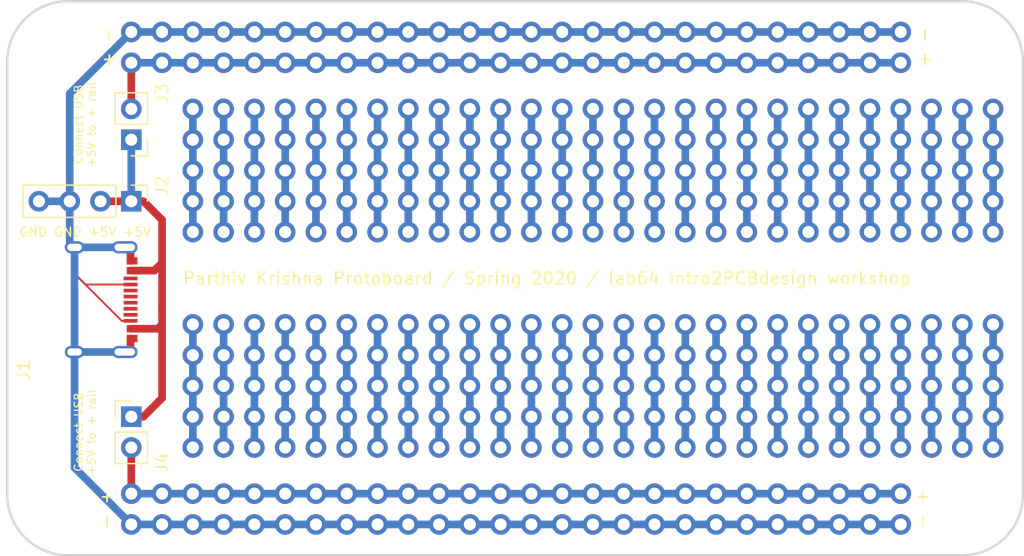
<source format=kicad_pcb>
(kicad_pcb (version 20171130) (host pcbnew "(5.1.5)-3")

  (general
    (thickness 1.6)
    (drawings 16)
    (tracks 468)
    (zones 0)
    (modules 8)
    (nets 11)
  )

  (page A4)
  (layers
    (0 Top signal)
    (31 Bottom signal)
    (34 B.Paste user)
    (35 F.Paste user)
    (36 B.SilkS user)
    (37 F.SilkS user)
    (38 B.Mask user)
    (39 F.Mask user)
    (40 Dwgs.User user)
    (41 Cmts.User user)
    (42 Eco1.User user)
    (43 Eco2.User user)
    (44 Edge.Cuts user)
    (45 Margin user)
    (46 B.CrtYd user)
    (47 F.CrtYd user)
  )

  (setup
    (last_trace_width 0.1524)
    (trace_clearance 0.1524)
    (zone_clearance 0.508)
    (zone_45_only no)
    (trace_min 0.1524)
    (via_size 0.508)
    (via_drill 0.254)
    (via_min_size 0.508)
    (via_min_drill 0.254)
    (uvia_size 0.508)
    (uvia_drill 0.254)
    (uvias_allowed no)
    (uvia_min_size 0.2)
    (uvia_min_drill 0.1)
    (edge_width 0.15)
    (segment_width 0.2)
    (pcb_text_width 0.3)
    (pcb_text_size 1.5 1.5)
    (mod_edge_width 0.15)
    (mod_text_size 1 1)
    (mod_text_width 0.15)
    (pad_size 1.524 1.524)
    (pad_drill 0.762)
    (pad_to_mask_clearance 0.0508)
    (aux_axis_origin 0 0)
    (visible_elements 7FFFFFFF)
    (pcbplotparams
      (layerselection 0x010fc_ffffffff)
      (usegerberextensions false)
      (usegerberattributes false)
      (usegerberadvancedattributes false)
      (creategerberjobfile false)
      (excludeedgelayer true)
      (linewidth 0.100000)
      (plotframeref false)
      (viasonmask false)
      (mode 1)
      (useauxorigin false)
      (hpglpennumber 1)
      (hpglpenspeed 20)
      (hpglpendiameter 15.000000)
      (psnegative false)
      (psa4output false)
      (plotreference true)
      (plotvalue true)
      (plotinvisibletext false)
      (padsonsilk false)
      (subtractmaskfromsilk false)
      (outputformat 1)
      (mirror false)
      (drillshape 0)
      (scaleselection 1)
      (outputdirectory "Gerbers/"))
  )

  (net 0 "")
  (net 1 "Net-(J1-PadB8)")
  (net 2 /+5V)
  (net 3 GNDREF)
  (net 4 "Net-(J1-PadB7)")
  (net 5 "Net-(J1-PadA6)")
  (net 6 "Net-(J1-PadA7)")
  (net 7 "Net-(J1-PadB6)")
  (net 8 "Net-(J1-PadA8)")
  (net 9 "Net-(J3-Pad2)")
  (net 10 "Net-(J4-Pad2)")

  (net_class Default "This is the default net class."
    (clearance 0.1524)
    (trace_width 0.1524)
    (via_dia 0.508)
    (via_drill 0.254)
    (uvia_dia 0.508)
    (uvia_drill 0.254)
    (diff_pair_width 0.1524)
    (diff_pair_gap 0.1524)
    (add_net /+5V)
    (add_net GNDREF)
    (add_net "Net-(J1-PadA6)")
    (add_net "Net-(J1-PadA7)")
    (add_net "Net-(J1-PadA8)")
    (add_net "Net-(J1-PadB6)")
    (add_net "Net-(J1-PadB7)")
    (add_net "Net-(J1-PadB8)")
    (add_net "Net-(J3-Pad2)")
    (add_net "Net-(J4-Pad2)")
  )

  (module intro2PCBdesign_1:USB_C_Receptacle (layer Top) (tedit 5E9CF7DA) (tstamp 5E9B97F8)
    (at 151.13 113.03 270)
    (descr "USB TYPE C, RA RCPT PCB, SMT, https://www.amphenolcanada.com/StockAvailabilityPrice.aspx?From=&PartNum=12401610E4%7e2A")
    (tags "USB C Type-C Receptacle SMD")
    (path /5E86F2D0)
    (attr smd)
    (fp_text reference J1 (at 6.35 3.81 270) (layer F.SilkS)
      (effects (font (size 1 1) (thickness 0.15)))
    )
    (fp_text value USB_C (at 0.94 7.21 270) (layer F.Fab)
      (effects (font (size 1 1) (thickness 0.15)))
    )
    (fp_line (start -4.33 2.205) (end 5.35 2.205) (layer F.Fab) (width 0.1))
    (fp_line (start -4.36 -5.87) (end 5.36 -5.87) (layer F.CrtYd) (width 0.05))
    (fp_line (start 5.36 -5.87) (end 5.36 5.73) (layer F.CrtYd) (width 0.05))
    (fp_line (start 5.36 5.73) (end -4.36 5.73) (layer F.CrtYd) (width 0.05))
    (fp_line (start -4.36 5.73) (end -4.36 -5.87) (layer F.CrtYd) (width 0.05))
    (fp_text user %R (at 0.28 3.1 270) (layer F.Fab)
      (effects (font (size 1 1) (thickness 0.1)))
    )
    (pad B8 smd rect (at -1.25 -5.02 270) (size 0.3 1.15) (layers Top F.Paste F.Mask)
      (net 1 "Net-(J1-PadB8)"))
    (pad A4 smd rect (at -1.9 -5.15 270) (size 0.6 0.89) (layers Top F.Paste F.Mask)
      (net 2 /+5V))
    (pad "" np_thru_hole circle (at -2.39 -4.045 270) (size 0.65 0.65) (drill 0.65) (layers *.Cu *.Mask))
    (pad S1 thru_hole oval (at -3.82 -0.395 270) (size 1 1.6) (drill oval 0.6 1.2) (layers *.Cu *.Mask)
      (net 3 GNDREF))
    (pad S1 thru_hole oval (at 4.82 -0.395 270) (size 1 1.6) (drill oval 0.6 1.2) (layers *.Cu *.Mask)
      (net 3 GNDREF))
    (pad S1 thru_hole oval (at 4.82 -4.545 270) (size 1 2.1) (drill oval 0.6 1.7) (layers *.Cu *.Mask)
      (net 3 GNDREF))
    (pad A1 smd rect (at -2.7 -5.15 270) (size 0.6 0.89) (layers Top F.Paste F.Mask)
      (net 3 GNDREF))
    (pad S1 thru_hole oval (at -3.82 -4.545 270) (size 1 2.1) (drill oval 0.6 1.7) (layers *.Cu *.Mask)
      (net 3 GNDREF))
    (pad A5 smd rect (at -0.75 -5.02 270) (size 0.3 1.15) (layers Top F.Paste F.Mask)
      (net 3 GNDREF))
    (pad B7 smd rect (at -0.25 -5.02 270) (size 0.3 1.15) (layers Top F.Paste F.Mask)
      (net 4 "Net-(J1-PadB7)"))
    (pad A6 smd rect (at 0.25 -5.02 270) (size 0.3 1.15) (layers Top F.Paste F.Mask)
      (net 5 "Net-(J1-PadA6)"))
    (pad A7 smd rect (at 0.75 -5.02 270) (size 0.3 1.15) (layers Top F.Paste F.Mask)
      (net 6 "Net-(J1-PadA7)"))
    (pad B6 smd rect (at 1.25 -5.02 270) (size 0.3 1.15) (layers Top F.Paste F.Mask)
      (net 7 "Net-(J1-PadB6)"))
    (pad A8 smd rect (at 1.75 -5.02 270) (size 0.3 1.15) (layers Top F.Paste F.Mask)
      (net 8 "Net-(J1-PadA8)"))
    (pad B5 smd rect (at 2.25 -5.02 270) (size 0.3 1.15) (layers Top F.Paste F.Mask)
      (net 3 GNDREF))
    (pad A12 smd rect (at 3.7 -5.15 270) (size 0.6 0.89) (layers Top F.Paste F.Mask)
      (net 3 GNDREF))
    (pad A9 smd rect (at 2.9 -5.15 270) (size 0.6 0.89) (layers Top F.Paste F.Mask)
      (net 2 /+5V))
    (pad "" np_thru_hole circle (at 3.39 -4.045 270) (size 0.65 0.65) (drill 0.65) (layers *.Cu *.Mask))
    (model ${KISYS3DMOD}/Connector_USB.3dshapes/USB_C_Receptacle_Amphenol_12401610E4-2A.wrl
      (at (xyz 0 0 0))
      (scale (xyz 1 1 1))
      (rotate (xyz 0 0 0))
    )
  )

  (module Connector_PinHeader_2.54mm:PinHeader_1x02_P2.54mm_Vertical (layer Top) (tedit 59FED5CC) (tstamp 5E9BADA4)
    (at 156.21 123.19)
    (descr "Through hole straight pin header, 1x02, 2.54mm pitch, single row")
    (tags "Through hole pin header THT 1x02 2.54mm single row")
    (path /5E9C32F1)
    (fp_text reference J4 (at 2.54 3.81 90) (layer F.SilkS)
      (effects (font (size 1 1) (thickness 0.15)))
    )
    (fp_text value Conn_01x02 (at 0 5.31) (layer F.Fab)
      (effects (font (size 1 1) (thickness 0.15)))
    )
    (fp_text user %R (at 0 1.27 90) (layer F.Fab)
      (effects (font (size 1 1) (thickness 0.15)))
    )
    (fp_line (start 1.8 -1.8) (end -1.8 -1.8) (layer F.CrtYd) (width 0.05))
    (fp_line (start 1.8 4.35) (end 1.8 -1.8) (layer F.CrtYd) (width 0.05))
    (fp_line (start -1.8 4.35) (end 1.8 4.35) (layer F.CrtYd) (width 0.05))
    (fp_line (start -1.8 -1.8) (end -1.8 4.35) (layer F.CrtYd) (width 0.05))
    (fp_line (start -1.33 -1.33) (end 0 -1.33) (layer F.SilkS) (width 0.12))
    (fp_line (start -1.33 0) (end -1.33 -1.33) (layer F.SilkS) (width 0.12))
    (fp_line (start -1.33 1.27) (end 1.33 1.27) (layer F.SilkS) (width 0.12))
    (fp_line (start 1.33 1.27) (end 1.33 3.87) (layer F.SilkS) (width 0.12))
    (fp_line (start -1.33 1.27) (end -1.33 3.87) (layer F.SilkS) (width 0.12))
    (fp_line (start -1.33 3.87) (end 1.33 3.87) (layer F.SilkS) (width 0.12))
    (fp_line (start -1.27 -0.635) (end -0.635 -1.27) (layer F.Fab) (width 0.1))
    (fp_line (start -1.27 3.81) (end -1.27 -0.635) (layer F.Fab) (width 0.1))
    (fp_line (start 1.27 3.81) (end -1.27 3.81) (layer F.Fab) (width 0.1))
    (fp_line (start 1.27 -1.27) (end 1.27 3.81) (layer F.Fab) (width 0.1))
    (fp_line (start -0.635 -1.27) (end 1.27 -1.27) (layer F.Fab) (width 0.1))
    (pad 2 thru_hole oval (at 0 2.54) (size 1.7 1.7) (drill 1) (layers *.Cu *.Mask)
      (net 10 "Net-(J4-Pad2)"))
    (pad 1 thru_hole rect (at 0 0) (size 1.7 1.7) (drill 1) (layers *.Cu *.Mask)
      (net 2 /+5V))
    (model ${KISYS3DMOD}/Connector_PinHeader_2.54mm.3dshapes/PinHeader_1x02_P2.54mm_Vertical.wrl
      (at (xyz 0 0 0))
      (scale (xyz 1 1 1))
      (rotate (xyz 0 0 0))
    )
  )

  (module Connector_PinHeader_2.54mm:PinHeader_1x02_P2.54mm_Vertical (layer Top) (tedit 59FED5CC) (tstamp 5E9BACB7)
    (at 156.21 100.33 180)
    (descr "Through hole straight pin header, 1x02, 2.54mm pitch, single row")
    (tags "Through hole pin header THT 1x02 2.54mm single row")
    (path /5E9C2867)
    (fp_text reference J3 (at -2.54 3.81 90) (layer F.SilkS)
      (effects (font (size 1 1) (thickness 0.15)))
    )
    (fp_text value Conn_01x02 (at 0 5.31) (layer F.Fab)
      (effects (font (size 1 1) (thickness 0.15)))
    )
    (fp_text user %R (at 0 1.27 90) (layer F.Fab)
      (effects (font (size 1 1) (thickness 0.15)))
    )
    (fp_line (start 1.8 -1.8) (end -1.8 -1.8) (layer F.CrtYd) (width 0.05))
    (fp_line (start 1.8 4.35) (end 1.8 -1.8) (layer F.CrtYd) (width 0.05))
    (fp_line (start -1.8 4.35) (end 1.8 4.35) (layer F.CrtYd) (width 0.05))
    (fp_line (start -1.8 -1.8) (end -1.8 4.35) (layer F.CrtYd) (width 0.05))
    (fp_line (start -1.33 -1.33) (end 0 -1.33) (layer F.SilkS) (width 0.12))
    (fp_line (start -1.33 0) (end -1.33 -1.33) (layer F.SilkS) (width 0.12))
    (fp_line (start -1.33 1.27) (end 1.33 1.27) (layer F.SilkS) (width 0.12))
    (fp_line (start 1.33 1.27) (end 1.33 3.87) (layer F.SilkS) (width 0.12))
    (fp_line (start -1.33 1.27) (end -1.33 3.87) (layer F.SilkS) (width 0.12))
    (fp_line (start -1.33 3.87) (end 1.33 3.87) (layer F.SilkS) (width 0.12))
    (fp_line (start -1.27 -0.635) (end -0.635 -1.27) (layer F.Fab) (width 0.1))
    (fp_line (start -1.27 3.81) (end -1.27 -0.635) (layer F.Fab) (width 0.1))
    (fp_line (start 1.27 3.81) (end -1.27 3.81) (layer F.Fab) (width 0.1))
    (fp_line (start 1.27 -1.27) (end 1.27 3.81) (layer F.Fab) (width 0.1))
    (fp_line (start -0.635 -1.27) (end 1.27 -1.27) (layer F.Fab) (width 0.1))
    (pad 2 thru_hole oval (at 0 2.54 180) (size 1.7 1.7) (drill 1) (layers *.Cu *.Mask)
      (net 9 "Net-(J3-Pad2)"))
    (pad 1 thru_hole rect (at 0 0 180) (size 1.7 1.7) (drill 1) (layers *.Cu *.Mask)
      (net 2 /+5V))
    (model ${KISYS3DMOD}/Connector_PinHeader_2.54mm.3dshapes/PinHeader_1x02_P2.54mm_Vertical.wrl
      (at (xyz 0 0 0))
      (scale (xyz 1 1 1))
      (rotate (xyz 0 0 0))
    )
  )

  (module Connector_PinHeader_2.54mm:PinHeader_1x04_P2.54mm_Vertical (layer Top) (tedit 59FED5CC) (tstamp 5E9B96CA)
    (at 156.21 105.41 270)
    (descr "Through hole straight pin header, 1x04, 2.54mm pitch, single row")
    (tags "Through hole pin header THT 1x04 2.54mm single row")
    (path /5C4787FC)
    (fp_text reference J2 (at -1.27 -2.54 270) (layer F.SilkS)
      (effects (font (size 1 1) (thickness 0.15)))
    )
    (fp_text value Conn_01x04 (at 0 9.95 90) (layer F.Fab)
      (effects (font (size 1 1) (thickness 0.15)))
    )
    (fp_text user %R (at 0 3.81) (layer F.Fab)
      (effects (font (size 1 1) (thickness 0.15)))
    )
    (fp_line (start 1.8 -1.8) (end -1.8 -1.8) (layer F.CrtYd) (width 0.05))
    (fp_line (start 1.8 9.4) (end 1.8 -1.8) (layer F.CrtYd) (width 0.05))
    (fp_line (start -1.8 9.4) (end 1.8 9.4) (layer F.CrtYd) (width 0.05))
    (fp_line (start -1.8 -1.8) (end -1.8 9.4) (layer F.CrtYd) (width 0.05))
    (fp_line (start -1.33 -1.33) (end 0 -1.33) (layer F.SilkS) (width 0.12))
    (fp_line (start -1.33 0) (end -1.33 -1.33) (layer F.SilkS) (width 0.12))
    (fp_line (start -1.33 1.27) (end 1.33 1.27) (layer F.SilkS) (width 0.12))
    (fp_line (start 1.33 1.27) (end 1.33 8.95) (layer F.SilkS) (width 0.12))
    (fp_line (start -1.33 1.27) (end -1.33 8.95) (layer F.SilkS) (width 0.12))
    (fp_line (start -1.33 8.95) (end 1.33 8.95) (layer F.SilkS) (width 0.12))
    (fp_line (start -1.27 -0.635) (end -0.635 -1.27) (layer F.Fab) (width 0.1))
    (fp_line (start -1.27 8.89) (end -1.27 -0.635) (layer F.Fab) (width 0.1))
    (fp_line (start 1.27 8.89) (end -1.27 8.89) (layer F.Fab) (width 0.1))
    (fp_line (start 1.27 -1.27) (end 1.27 8.89) (layer F.Fab) (width 0.1))
    (fp_line (start -0.635 -1.27) (end 1.27 -1.27) (layer F.Fab) (width 0.1))
    (pad 4 thru_hole oval (at 0 7.62 270) (size 1.7 1.7) (drill 1) (layers *.Cu *.Mask)
      (net 3 GNDREF))
    (pad 3 thru_hole oval (at 0 5.08 270) (size 1.7 1.7) (drill 1) (layers *.Cu *.Mask)
      (net 3 GNDREF))
    (pad 2 thru_hole oval (at 0 2.54 270) (size 1.7 1.7) (drill 1) (layers *.Cu *.Mask)
      (net 2 /+5V))
    (pad 1 thru_hole rect (at 0 0 270) (size 1.7 1.7) (drill 1) (layers *.Cu *.Mask)
      (net 2 /+5V))
    (model ${KISYS3DMOD}/Connector_PinHeader_2.54mm.3dshapes/PinHeader_1x04_P2.54mm_Vertical.wrl
      (at (xyz 0 0 0))
      (scale (xyz 1 1 1))
      (rotate (xyz 0 0 0))
    )
  )

  (module MountingHole:MountingHole_3mm (layer Top) (tedit 56D1B4CB) (tstamp 5E9B9696)
    (at 226.06 130.81)
    (descr "Mounting Hole 3mm, no annular")
    (tags "mounting hole 3mm no annular")
    (path /5C47B5E4)
    (attr virtual)
    (fp_text reference H4 (at 2.54 -3.81) (layer F.SilkS) hide
      (effects (font (size 1 1) (thickness 0.15)))
    )
    (fp_text value MountingHole (at 0 4) (layer F.Fab)
      (effects (font (size 1 1) (thickness 0.15)))
    )
    (fp_circle (center 0 0) (end 3.25 0) (layer F.CrtYd) (width 0.05))
    (fp_circle (center 0 0) (end 3 0) (layer Cmts.User) (width 0.15))
    (fp_text user %R (at 0.3 0) (layer F.Fab)
      (effects (font (size 1 1) (thickness 0.15)))
    )
    (pad 1 np_thru_hole circle (at 0 0) (size 3 3) (drill 3) (layers *.Cu *.Mask))
  )

  (module MountingHole:MountingHole_3mm (layer Top) (tedit 56D1B4CB) (tstamp 5E9B968E)
    (at 149.86 130.81)
    (descr "Mounting Hole 3mm, no annular")
    (tags "mounting hole 3mm no annular")
    (path /5C47B3EC)
    (attr virtual)
    (fp_text reference H3 (at -2.54 -3.81) (layer F.SilkS) hide
      (effects (font (size 1 1) (thickness 0.15)))
    )
    (fp_text value MountingHole (at 0 4) (layer F.Fab)
      (effects (font (size 1 1) (thickness 0.15)))
    )
    (fp_circle (center 0 0) (end 3.25 0) (layer F.CrtYd) (width 0.05))
    (fp_circle (center 0 0) (end 3 0) (layer Cmts.User) (width 0.15))
    (fp_text user %R (at 0.3 0) (layer F.Fab)
      (effects (font (size 1 1) (thickness 0.15)))
    )
    (pad 1 np_thru_hole circle (at 0 0) (size 3 3) (drill 3) (layers *.Cu *.Mask))
  )

  (module MountingHole:MountingHole_3mm (layer Top) (tedit 56D1B4CB) (tstamp 5E9B9686)
    (at 226.06 92.71)
    (descr "Mounting Hole 3mm, no annular")
    (tags "mounting hole 3mm no annular")
    (path /5C47AC98)
    (attr virtual)
    (fp_text reference H2 (at 2.54 3.81) (layer F.SilkS) hide
      (effects (font (size 1 1) (thickness 0.15)))
    )
    (fp_text value MountingHole (at 0 4) (layer F.Fab)
      (effects (font (size 1 1) (thickness 0.15)))
    )
    (fp_circle (center 0 0) (end 3.25 0) (layer F.CrtYd) (width 0.05))
    (fp_circle (center 0 0) (end 3 0) (layer Cmts.User) (width 0.15))
    (fp_text user %R (at 0.3 0) (layer F.Fab)
      (effects (font (size 1 1) (thickness 0.15)))
    )
    (pad 1 np_thru_hole circle (at 0 0) (size 3 3) (drill 3) (layers *.Cu *.Mask))
  )

  (module MountingHole:MountingHole_3mm (layer Top) (tedit 56D1B4CB) (tstamp 5E9B967E)
    (at 149.86 92.71)
    (descr "Mounting Hole 3mm, no annular")
    (tags "mounting hole 3mm no annular")
    (path /5C47A84A)
    (attr virtual)
    (fp_text reference H1 (at -2.54 3.81) (layer F.SilkS) hide
      (effects (font (size 1 1) (thickness 0.15)))
    )
    (fp_text value MountingHole (at 0 4) (layer F.Fab)
      (effects (font (size 1 1) (thickness 0.15)))
    )
    (fp_circle (center 0 0) (end 3.25 0) (layer F.CrtYd) (width 0.05))
    (fp_circle (center 0 0) (end 3 0) (layer Cmts.User) (width 0.15))
    (fp_text user %R (at 0.3 0) (layer F.Fab)
      (effects (font (size 1 1) (thickness 0.15)))
    )
    (pad 1 np_thru_hole circle (at 0 0) (size 3 3) (drill 3) (layers *.Cu *.Mask))
  )

  (gr_text "Connect USB\n+5V to + rail" (at 152.4 124.46 90) (layer F.SilkS) (tstamp 5E9BB16F)
    (effects (font (size 0.67 0.67) (thickness 0.1)))
  )
  (gr_text "- +\n\n" (at 222.25 130.81 90) (layer F.SilkS) (tstamp 5E9BB16C)
    (effects (font (size 1 1) (thickness 0.15)))
  )
  (gr_text "- +\n\n" (at 220.98 92.71 270) (layer F.SilkS) (tstamp 5E9BB164)
    (effects (font (size 1 1) (thickness 0.15)))
  )
  (gr_text "- +\n\n" (at 153.67 92.71 270) (layer F.SilkS) (tstamp 5E9BB160)
    (effects (font (size 1 1) (thickness 0.15)))
  )
  (gr_text "Connect USB\n+5V to + rail" (at 152.4 99.06 90) (layer F.SilkS)
    (effects (font (size 0.67 0.67) (thickness 0.1)))
  )
  (gr_text "- +\n\n" (at 154.94 130.81 90) (layer F.SilkS)
    (effects (font (size 1 1) (thickness 0.15)))
  )
  (gr_text "GND GND +5V +5V" (at 152.4 107.95) (layer F.SilkS)
    (effects (font (size 0.75 0.75) (thickness 0.12)))
  )
  (gr_text "Parthiv Krishna Protoboard / Spring 2020 / lab64 intro2PCBdesign workshop" (at 190.5 111.76) (layer F.SilkS)
    (effects (font (size 1 1) (thickness 0.15)))
  )
  (gr_line (start 150.970001 134.62) (end 224.79 134.62) (layer Edge.Cuts) (width 0.2))
  (gr_line (start 145.970001 93.9) (end 145.970001 129.619999) (layer Edge.Cuts) (width 0.2))
  (gr_arc (start 224.79 129.619999) (end 224.79 134.62) (angle -90) (layer Edge.Cuts) (width 0.2))
  (gr_line (start 229.79 129.619999) (end 229.79 93.9) (layer Edge.Cuts) (width 0.2))
  (gr_arc (start 150.970001 129.62) (end 145.970001 129.619999) (angle -90) (layer Edge.Cuts) (width 0.2))
  (gr_arc (start 224.79 93.9) (end 229.79 93.9) (angle -90) (layer Edge.Cuts) (width 0.2))
  (gr_arc (start 150.970001 93.9) (end 150.970001 88.9) (angle -90) (layer Edge.Cuts) (width 0.2))
  (gr_line (start 224.79 88.9) (end 150.970001 88.9) (layer Edge.Cuts) (width 0.2))

  (via (at 156.21 91.44) (size 1.7) (drill 1) (layers Top Bottom) (net 3))
  (via (at 158.75 91.44) (size 1.7) (drill 1) (layers Top Bottom) (net 3) (tstamp 5E9B99A8))
  (via (at 161.29 91.44) (size 1.7) (drill 1) (layers Top Bottom) (net 3) (tstamp 5E9B99AA))
  (via (at 163.83 91.44) (size 1.7) (drill 1) (layers Top Bottom) (net 3) (tstamp 5E9B99AC))
  (via (at 166.37 91.44) (size 1.7) (drill 1) (layers Top Bottom) (net 3) (tstamp 5E9B99AE))
  (via (at 168.91 91.44) (size 1.7) (drill 1) (layers Top Bottom) (net 3) (tstamp 5E9B99B0))
  (via (at 171.45 91.44) (size 1.7) (drill 1) (layers Top Bottom) (net 3) (tstamp 5E9B99B2))
  (via (at 173.99 91.44) (size 1.7) (drill 1) (layers Top Bottom) (net 3) (tstamp 5E9B99B4))
  (via (at 176.53 91.44) (size 1.7) (drill 1) (layers Top Bottom) (net 3) (tstamp 5E9B99B6))
  (via (at 179.07 91.44) (size 1.7) (drill 1) (layers Top Bottom) (net 3) (tstamp 5E9B99B8))
  (via (at 181.61 91.44) (size 1.7) (drill 1) (layers Top Bottom) (net 3) (tstamp 5E9B99BA))
  (via (at 184.15 91.44) (size 1.7) (drill 1) (layers Top Bottom) (net 3) (tstamp 5E9B99BC))
  (via (at 186.69 91.44) (size 1.7) (drill 1) (layers Top Bottom) (net 3) (tstamp 5E9B99BE))
  (via (at 189.23 91.44) (size 1.7) (drill 1) (layers Top Bottom) (net 3) (tstamp 5E9B99C0))
  (via (at 191.77 91.44) (size 1.7) (drill 1) (layers Top Bottom) (net 3) (tstamp 5E9B99C2))
  (via (at 194.31 91.44) (size 1.7) (drill 1) (layers Top Bottom) (net 3) (tstamp 5E9B99C4))
  (via (at 196.85 91.44) (size 1.7) (drill 1) (layers Top Bottom) (net 3) (tstamp 5E9B99C6))
  (via (at 199.39 91.44) (size 1.7) (drill 1) (layers Top Bottom) (net 3) (tstamp 5E9B99C8))
  (via (at 201.93 91.44) (size 1.7) (drill 1) (layers Top Bottom) (net 3) (tstamp 5E9B99CA))
  (via (at 204.47 91.44) (size 1.7) (drill 1) (layers Top Bottom) (net 3) (tstamp 5E9B99CC))
  (via (at 207.01 91.44) (size 1.7) (drill 1) (layers Top Bottom) (net 3) (tstamp 5E9B99CE))
  (via (at 209.55 91.44) (size 1.7) (drill 1) (layers Top Bottom) (net 3) (tstamp 5E9B99D0))
  (via (at 212.09 91.44) (size 1.7) (drill 1) (layers Top Bottom) (net 3) (tstamp 5E9B99D2))
  (via (at 214.63 91.44) (size 1.7) (drill 1) (layers Top Bottom) (net 3) (tstamp 5E9B99D4))
  (via (at 217.17 91.44) (size 1.7) (drill 1) (layers Top Bottom) (net 3) (tstamp 5E9B99D6))
  (via (at 219.71 91.44) (size 1.7) (drill 1) (layers Top Bottom) (net 3) (tstamp 5E9B99D8))
  (via (at 156.21 93.98) (size 1.7) (drill 1) (layers Top Bottom) (net 9) (tstamp 5E9B99DA))
  (via (at 158.75 93.98) (size 1.7) (drill 1) (layers Top Bottom) (net 9) (tstamp 5E9B99DC))
  (via (at 161.29 93.98) (size 1.7) (drill 1) (layers Top Bottom) (net 9) (tstamp 5E9B99DE))
  (via (at 163.83 93.98) (size 1.7) (drill 1) (layers Top Bottom) (net 9) (tstamp 5E9B99E0))
  (via (at 166.37 93.98) (size 1.7) (drill 1) (layers Top Bottom) (net 9) (tstamp 5E9B99E2))
  (via (at 168.91 93.98) (size 1.7) (drill 1) (layers Top Bottom) (net 9) (tstamp 5E9B99E4))
  (via (at 171.45 93.98) (size 1.7) (drill 1) (layers Top Bottom) (net 9) (tstamp 5E9B99E6))
  (via (at 173.99 93.98) (size 1.7) (drill 1) (layers Top Bottom) (net 9) (tstamp 5E9B99E8))
  (via (at 176.53 93.98) (size 1.7) (drill 1) (layers Top Bottom) (net 9) (tstamp 5E9B99EA))
  (via (at 179.07 93.98) (size 1.7) (drill 1) (layers Top Bottom) (net 9) (tstamp 5E9B99EC))
  (via (at 181.61 93.98) (size 1.7) (drill 1) (layers Top Bottom) (net 9) (tstamp 5E9B99EE))
  (via (at 184.15 93.98) (size 1.7) (drill 1) (layers Top Bottom) (net 9) (tstamp 5E9B99F0))
  (via (at 186.69 93.98) (size 1.7) (drill 1) (layers Top Bottom) (net 9) (tstamp 5E9B99F2))
  (via (at 189.23 93.98) (size 1.7) (drill 1) (layers Top Bottom) (net 9) (tstamp 5E9B99F4))
  (via (at 191.77 93.98) (size 1.7) (drill 1) (layers Top Bottom) (net 9) (tstamp 5E9B99F6))
  (via (at 194.31 93.98) (size 1.7) (drill 1) (layers Top Bottom) (net 9) (tstamp 5E9B99F8))
  (via (at 196.85 93.98) (size 1.7) (drill 1) (layers Top Bottom) (net 9) (tstamp 5E9B99FA))
  (via (at 199.39 93.98) (size 1.7) (drill 1) (layers Top Bottom) (net 9) (tstamp 5E9B99FC))
  (via (at 201.93 93.98) (size 1.7) (drill 1) (layers Top Bottom) (net 9) (tstamp 5E9B99FE))
  (via (at 204.47 93.98) (size 1.7) (drill 1) (layers Top Bottom) (net 9) (tstamp 5E9B9A00))
  (via (at 207.01 93.98) (size 1.7) (drill 1) (layers Top Bottom) (net 9) (tstamp 5E9B9A02))
  (via (at 209.55 93.98) (size 1.7) (drill 1) (layers Top Bottom) (net 9) (tstamp 5E9B9A04))
  (via (at 212.09 93.98) (size 1.7) (drill 1) (layers Top Bottom) (net 9) (tstamp 5E9B9A06))
  (via (at 214.63 93.98) (size 1.7) (drill 1) (layers Top Bottom) (net 9) (tstamp 5E9B9A08))
  (via (at 217.17 93.98) (size 1.7) (drill 1) (layers Top Bottom) (net 9) (tstamp 5E9B9A0A))
  (via (at 219.71 93.98) (size 1.7) (drill 1) (layers Top Bottom) (net 9) (tstamp 5E9B9A0C))
  (via (at 156.21 129.54) (size 1.7) (drill 1) (layers Top Bottom) (net 10))
  (via (at 158.75 129.54) (size 1.7) (drill 1) (layers Top Bottom) (net 10) (tstamp 5E9BA070))
  (via (at 161.29 129.54) (size 1.7) (drill 1) (layers Top Bottom) (net 10) (tstamp 5E9BA07C))
  (via (at 163.83 129.54) (size 1.7) (drill 1) (layers Top Bottom) (net 10) (tstamp 5E9BA08E))
  (via (at 166.37 129.54) (size 1.7) (drill 1) (layers Top Bottom) (net 10) (tstamp 5E9BA085))
  (via (at 168.91 129.54) (size 1.7) (drill 1) (layers Top Bottom) (net 10) (tstamp 5E9BA0A6))
  (via (at 171.45 129.54) (size 1.7) (drill 1) (layers Top Bottom) (net 10) (tstamp 5E9BA0DC))
  (via (at 173.99 129.54) (size 1.7) (drill 1) (layers Top Bottom) (net 10) (tstamp 5E9BA0F7))
  (via (at 176.53 129.54) (size 1.7) (drill 1) (layers Top Bottom) (net 10) (tstamp 5E9BA0AC))
  (via (at 179.07 129.54) (size 1.7) (drill 1) (layers Top Bottom) (net 10) (tstamp 5E9BA09A))
  (via (at 181.61 129.54) (size 1.7) (drill 1) (layers Top Bottom) (net 10) (tstamp 5E9BA23B))
  (via (at 184.15 129.54) (size 1.7) (drill 1) (layers Top Bottom) (net 10) (tstamp 5E9BA079))
  (via (at 186.69 129.54) (size 1.7) (drill 1) (layers Top Bottom) (net 10) (tstamp 5E9BA06D))
  (via (at 189.23 129.54) (size 1.7) (drill 1) (layers Top Bottom) (net 10) (tstamp 5E9BA088))
  (via (at 191.77 129.54) (size 1.7) (drill 1) (layers Top Bottom) (net 10) (tstamp 5E9BA0C7))
  (via (at 194.31 129.54) (size 1.7) (drill 1) (layers Top Bottom) (net 10) (tstamp 5E9BA0C4))
  (via (at 196.85 129.54) (size 1.7) (drill 1) (layers Top Bottom) (net 10) (tstamp 5E9BA082))
  (via (at 199.39 129.54) (size 1.7) (drill 1) (layers Top Bottom) (net 10) (tstamp 5E9BA06A))
  (via (at 201.93 129.54) (size 1.7) (drill 1) (layers Top Bottom) (net 10) (tstamp 5E9BA0B5))
  (via (at 204.47 129.54) (size 1.7) (drill 1) (layers Top Bottom) (net 10) (tstamp 5E9BA07F))
  (via (at 207.01 129.54) (size 1.7) (drill 1) (layers Top Bottom) (net 10) (tstamp 5E9BA0E2))
  (via (at 209.55 129.54) (size 1.7) (drill 1) (layers Top Bottom) (net 10) (tstamp 5E9BA0DF))
  (via (at 212.09 129.54) (size 1.7) (drill 1) (layers Top Bottom) (net 10) (tstamp 5E9BA067))
  (via (at 214.63 129.54) (size 1.7) (drill 1) (layers Top Bottom) (net 10) (tstamp 5E9BA0D3))
  (via (at 217.17 129.54) (size 1.7) (drill 1) (layers Top Bottom) (net 10) (tstamp 5E9BA064))
  (via (at 219.71 129.54) (size 1.7) (drill 1) (layers Top Bottom) (net 10) (tstamp 5E9BA0C1))
  (segment (start 156.21 129.54) (end 219.71 129.54) (width 0.635) (layer Bottom) (net 10) (tstamp 5E9BA05E))
  (segment (start 156.21 91.44) (end 219.71 91.44) (width 0.635) (layer Bottom) (net 3) (tstamp 5E9B9BAE))
  (segment (start 156.21 93.98) (end 219.71 93.98) (width 0.635) (layer Bottom) (net 9))
  (via (at 161.29 97.79) (size 1.7) (drill 1) (layers Top Bottom) (net 0))
  (via (at 161.29 100.33) (size 1.7) (drill 1) (layers Top Bottom) (net 0) (tstamp 5E9B9D3A))
  (via (at 161.29 102.87) (size 1.7) (drill 1) (layers Top Bottom) (net 0) (tstamp 5E9B9D3C))
  (via (at 161.29 105.41) (size 1.7) (drill 1) (layers Top Bottom) (net 0) (tstamp 5E9B9D3E))
  (via (at 161.29 107.95) (size 1.7) (drill 1) (layers Top Bottom) (net 0) (tstamp 5E9B9D40))
  (segment (start 161.29 97.79) (end 161.29 107.95) (width 0.635) (layer Bottom) (net 0))
  (via (at 161.29 115.57) (size 1.7) (drill 1) (layers Top Bottom) (net 0) (tstamp 5E9BA1A4))
  (via (at 161.29 118.11) (size 1.7) (drill 1) (layers Top Bottom) (net 0) (tstamp 5E9BA240))
  (via (at 161.29 120.65) (size 1.7) (drill 1) (layers Top Bottom) (net 0) (tstamp 5E9BA242))
  (via (at 161.29 123.19) (size 1.7) (drill 1) (layers Top Bottom) (net 0) (tstamp 5E9BA244))
  (via (at 161.29 125.73) (size 1.7) (drill 1) (layers Top Bottom) (net 0) (tstamp 5E9BA246))
  (segment (start 161.29 115.57) (end 161.29 125.73) (width 0.635) (layer Bottom) (net 0))
  (segment (start 163.83 115.57) (end 163.83 125.73) (width 0.635) (layer Bottom) (net 0) (tstamp 5E9BA6BA))
  (segment (start 166.37 115.57) (end 166.37 125.73) (width 0.635) (layer Bottom) (net 0) (tstamp 5E9BA6BC))
  (segment (start 168.91 115.57) (end 168.91 125.73) (width 0.635) (layer Bottom) (net 0) (tstamp 5E9BA6BE))
  (segment (start 171.45 115.57) (end 171.45 125.73) (width 0.635) (layer Bottom) (net 0) (tstamp 5E9BA6C0))
  (segment (start 173.99 115.57) (end 173.99 125.73) (width 0.635) (layer Bottom) (net 0) (tstamp 5E9BA6C2))
  (segment (start 176.53 115.57) (end 176.53 125.73) (width 0.635) (layer Bottom) (net 0) (tstamp 5E9BA6C4))
  (segment (start 179.07 115.57) (end 179.07 125.73) (width 0.635) (layer Bottom) (net 0) (tstamp 5E9BA6C6))
  (segment (start 181.61 115.57) (end 181.61 125.73) (width 0.635) (layer Bottom) (net 0) (tstamp 5E9BA6C8))
  (segment (start 184.15 115.57) (end 184.15 125.73) (width 0.635) (layer Bottom) (net 0) (tstamp 5E9BA6CA))
  (segment (start 186.69 115.57) (end 186.69 125.73) (width 0.635) (layer Bottom) (net 0) (tstamp 5E9BA6CC))
  (segment (start 189.23 115.57) (end 189.23 125.73) (width 0.635) (layer Bottom) (net 0) (tstamp 5E9BA6CE))
  (segment (start 191.77 115.57) (end 191.77 125.73) (width 0.635) (layer Bottom) (net 0) (tstamp 5E9BA6D0))
  (segment (start 194.31 115.57) (end 194.31 125.73) (width 0.635) (layer Bottom) (net 0) (tstamp 5E9BA6D2))
  (segment (start 196.85 115.57) (end 196.85 125.73) (width 0.635) (layer Bottom) (net 0) (tstamp 5E9BA6D4))
  (segment (start 199.39 115.57) (end 199.39 125.73) (width 0.635) (layer Bottom) (net 0) (tstamp 5E9BA6D6))
  (segment (start 201.93 115.57) (end 201.93 125.73) (width 0.635) (layer Bottom) (net 0) (tstamp 5E9BA6D8))
  (segment (start 204.47 115.57) (end 204.47 125.73) (width 0.635) (layer Bottom) (net 0) (tstamp 5E9BA6DA))
  (segment (start 207.01 115.57) (end 207.01 125.73) (width 0.635) (layer Bottom) (net 0) (tstamp 5E9BA6DC))
  (segment (start 209.55 115.57) (end 209.55 125.73) (width 0.635) (layer Bottom) (net 0) (tstamp 5E9BA6DE))
  (segment (start 212.09 115.57) (end 212.09 125.73) (width 0.635) (layer Bottom) (net 0) (tstamp 5E9BA6E0))
  (segment (start 214.63 115.57) (end 214.63 125.73) (width 0.635) (layer Bottom) (net 0) (tstamp 5E9BA6E2))
  (segment (start 217.17 115.57) (end 217.17 125.73) (width 0.635) (layer Bottom) (net 0) (tstamp 5E9BA6E4))
  (segment (start 219.71 115.57) (end 219.71 125.73) (width 0.635) (layer Bottom) (net 0) (tstamp 5E9BA6E6))
  (segment (start 222.25 115.57) (end 222.25 125.73) (width 0.635) (layer Bottom) (net 0) (tstamp 5E9BA6E8))
  (segment (start 224.79 115.57) (end 224.79 125.73) (width 0.635) (layer Bottom) (net 0) (tstamp 5E9BA6EA))
  (segment (start 227.33 115.57) (end 227.33 125.73) (width 0.635) (layer Bottom) (net 0) (tstamp 5E9BA6EC))
  (via (at 163.83 107.95) (size 1.7) (drill 1) (layers Top Bottom) (net 0) (tstamp 5E9BA6EF))
  (via (at 166.37 107.95) (size 1.7) (drill 1) (layers Top Bottom) (net 0) (tstamp 5E9BA6F1))
  (via (at 168.91 107.95) (size 1.7) (drill 1) (layers Top Bottom) (net 0) (tstamp 5E9BA6F3))
  (via (at 171.45 107.95) (size 1.7) (drill 1) (layers Top Bottom) (net 0) (tstamp 5E9BA6F5))
  (via (at 173.99 107.95) (size 1.7) (drill 1) (layers Top Bottom) (net 0) (tstamp 5E9BA6F7))
  (via (at 176.53 107.95) (size 1.7) (drill 1) (layers Top Bottom) (net 0) (tstamp 5E9BA6F9))
  (via (at 179.07 107.95) (size 1.7) (drill 1) (layers Top Bottom) (net 0) (tstamp 5E9BA6FB))
  (via (at 181.61 107.95) (size 1.7) (drill 1) (layers Top Bottom) (net 0) (tstamp 5E9BA6FD))
  (via (at 184.15 107.95) (size 1.7) (drill 1) (layers Top Bottom) (net 0) (tstamp 5E9BA6FF))
  (via (at 186.69 107.95) (size 1.7) (drill 1) (layers Top Bottom) (net 0) (tstamp 5E9BA701))
  (via (at 189.23 107.95) (size 1.7) (drill 1) (layers Top Bottom) (net 0) (tstamp 5E9BA703))
  (via (at 191.77 107.95) (size 1.7) (drill 1) (layers Top Bottom) (net 0) (tstamp 5E9BA705))
  (via (at 194.31 107.95) (size 1.7) (drill 1) (layers Top Bottom) (net 0) (tstamp 5E9BA707))
  (via (at 196.85 107.95) (size 1.7) (drill 1) (layers Top Bottom) (net 0) (tstamp 5E9BA709))
  (via (at 199.39 107.95) (size 1.7) (drill 1) (layers Top Bottom) (net 0) (tstamp 5E9BA70B))
  (via (at 201.93 107.95) (size 1.7) (drill 1) (layers Top Bottom) (net 0) (tstamp 5E9BA70D))
  (via (at 204.47 107.95) (size 1.7) (drill 1) (layers Top Bottom) (net 0) (tstamp 5E9BA70F))
  (via (at 207.01 107.95) (size 1.7) (drill 1) (layers Top Bottom) (net 0) (tstamp 5E9BA711))
  (via (at 209.55 107.95) (size 1.7) (drill 1) (layers Top Bottom) (net 0) (tstamp 5E9BA713))
  (via (at 212.09 107.95) (size 1.7) (drill 1) (layers Top Bottom) (net 0) (tstamp 5E9BA715))
  (via (at 214.63 107.95) (size 1.7) (drill 1) (layers Top Bottom) (net 0) (tstamp 5E9BA717))
  (via (at 217.17 107.95) (size 1.7) (drill 1) (layers Top Bottom) (net 0) (tstamp 5E9BA719))
  (via (at 219.71 107.95) (size 1.7) (drill 1) (layers Top Bottom) (net 0) (tstamp 5E9BA71B))
  (via (at 222.25 107.95) (size 1.7) (drill 1) (layers Top Bottom) (net 0) (tstamp 5E9BA71D))
  (via (at 224.79 107.95) (size 1.7) (drill 1) (layers Top Bottom) (net 0) (tstamp 5E9BA71F))
  (via (at 227.33 107.95) (size 1.7) (drill 1) (layers Top Bottom) (net 0) (tstamp 5E9BA721))
  (via (at 163.83 105.41) (size 1.7) (drill 1) (layers Top Bottom) (net 0) (tstamp 5E9BA724))
  (via (at 166.37 105.41) (size 1.7) (drill 1) (layers Top Bottom) (net 0) (tstamp 5E9BA726))
  (via (at 168.91 105.41) (size 1.7) (drill 1) (layers Top Bottom) (net 0) (tstamp 5E9BA728))
  (via (at 171.45 105.41) (size 1.7) (drill 1) (layers Top Bottom) (net 0) (tstamp 5E9BA72A))
  (via (at 173.99 105.41) (size 1.7) (drill 1) (layers Top Bottom) (net 0) (tstamp 5E9BA72C))
  (via (at 176.53 105.41) (size 1.7) (drill 1) (layers Top Bottom) (net 0) (tstamp 5E9BA72E))
  (via (at 179.07 105.41) (size 1.7) (drill 1) (layers Top Bottom) (net 0) (tstamp 5E9BA730))
  (via (at 181.61 105.41) (size 1.7) (drill 1) (layers Top Bottom) (net 0) (tstamp 5E9BA732))
  (via (at 184.15 105.41) (size 1.7) (drill 1) (layers Top Bottom) (net 0) (tstamp 5E9BA734))
  (via (at 186.69 105.41) (size 1.7) (drill 1) (layers Top Bottom) (net 0) (tstamp 5E9BA736))
  (via (at 189.23 105.41) (size 1.7) (drill 1) (layers Top Bottom) (net 0) (tstamp 5E9BA738))
  (via (at 191.77 105.41) (size 1.7) (drill 1) (layers Top Bottom) (net 0) (tstamp 5E9BA73A))
  (via (at 194.31 105.41) (size 1.7) (drill 1) (layers Top Bottom) (net 0) (tstamp 5E9BA73C))
  (via (at 196.85 105.41) (size 1.7) (drill 1) (layers Top Bottom) (net 0) (tstamp 5E9BA73E))
  (via (at 199.39 105.41) (size 1.7) (drill 1) (layers Top Bottom) (net 0) (tstamp 5E9BA740))
  (via (at 201.93 105.41) (size 1.7) (drill 1) (layers Top Bottom) (net 0) (tstamp 5E9BA742))
  (via (at 204.47 105.41) (size 1.7) (drill 1) (layers Top Bottom) (net 0) (tstamp 5E9BA744))
  (via (at 207.01 105.41) (size 1.7) (drill 1) (layers Top Bottom) (net 0) (tstamp 5E9BA746))
  (via (at 209.55 105.41) (size 1.7) (drill 1) (layers Top Bottom) (net 0) (tstamp 5E9BA748))
  (via (at 212.09 105.41) (size 1.7) (drill 1) (layers Top Bottom) (net 0) (tstamp 5E9BA74A))
  (via (at 214.63 105.41) (size 1.7) (drill 1) (layers Top Bottom) (net 0) (tstamp 5E9BA74C))
  (via (at 217.17 105.41) (size 1.7) (drill 1) (layers Top Bottom) (net 0) (tstamp 5E9BA74E))
  (via (at 219.71 105.41) (size 1.7) (drill 1) (layers Top Bottom) (net 0) (tstamp 5E9BA750))
  (via (at 222.25 105.41) (size 1.7) (drill 1) (layers Top Bottom) (net 0) (tstamp 5E9BA752))
  (via (at 224.79 105.41) (size 1.7) (drill 1) (layers Top Bottom) (net 0) (tstamp 5E9BA754))
  (via (at 227.33 105.41) (size 1.7) (drill 1) (layers Top Bottom) (net 0) (tstamp 5E9BA756))
  (via (at 163.83 102.87) (size 1.7) (drill 1) (layers Top Bottom) (net 0) (tstamp 5E9BA759))
  (via (at 166.37 102.87) (size 1.7) (drill 1) (layers Top Bottom) (net 0) (tstamp 5E9BA75B))
  (via (at 168.91 102.87) (size 1.7) (drill 1) (layers Top Bottom) (net 0) (tstamp 5E9BA75D))
  (via (at 171.45 102.87) (size 1.7) (drill 1) (layers Top Bottom) (net 0) (tstamp 5E9BA75F))
  (via (at 173.99 102.87) (size 1.7) (drill 1) (layers Top Bottom) (net 0) (tstamp 5E9BA761))
  (via (at 176.53 102.87) (size 1.7) (drill 1) (layers Top Bottom) (net 0) (tstamp 5E9BA763))
  (via (at 179.07 102.87) (size 1.7) (drill 1) (layers Top Bottom) (net 0) (tstamp 5E9BA765))
  (via (at 181.61 102.87) (size 1.7) (drill 1) (layers Top Bottom) (net 0) (tstamp 5E9BA767))
  (via (at 184.15 102.87) (size 1.7) (drill 1) (layers Top Bottom) (net 0) (tstamp 5E9BA769))
  (via (at 186.69 102.87) (size 1.7) (drill 1) (layers Top Bottom) (net 0) (tstamp 5E9BA76B))
  (via (at 189.23 102.87) (size 1.7) (drill 1) (layers Top Bottom) (net 0) (tstamp 5E9BA76D))
  (via (at 191.77 102.87) (size 1.7) (drill 1) (layers Top Bottom) (net 0) (tstamp 5E9BA76F))
  (via (at 194.31 102.87) (size 1.7) (drill 1) (layers Top Bottom) (net 0) (tstamp 5E9BA771))
  (via (at 196.85 102.87) (size 1.7) (drill 1) (layers Top Bottom) (net 0) (tstamp 5E9BA773))
  (via (at 199.39 102.87) (size 1.7) (drill 1) (layers Top Bottom) (net 0) (tstamp 5E9BA775))
  (via (at 201.93 102.87) (size 1.7) (drill 1) (layers Top Bottom) (net 0) (tstamp 5E9BA777))
  (via (at 204.47 102.87) (size 1.7) (drill 1) (layers Top Bottom) (net 0) (tstamp 5E9BA779))
  (via (at 207.01 102.87) (size 1.7) (drill 1) (layers Top Bottom) (net 0) (tstamp 5E9BA77B))
  (via (at 209.55 102.87) (size 1.7) (drill 1) (layers Top Bottom) (net 0) (tstamp 5E9BA77D))
  (via (at 212.09 102.87) (size 1.7) (drill 1) (layers Top Bottom) (net 0) (tstamp 5E9BA77F))
  (via (at 214.63 102.87) (size 1.7) (drill 1) (layers Top Bottom) (net 0) (tstamp 5E9BA781))
  (via (at 217.17 102.87) (size 1.7) (drill 1) (layers Top Bottom) (net 0) (tstamp 5E9BA783))
  (via (at 219.71 102.87) (size 1.7) (drill 1) (layers Top Bottom) (net 0) (tstamp 5E9BA785))
  (via (at 222.25 102.87) (size 1.7) (drill 1) (layers Top Bottom) (net 0) (tstamp 5E9BA787))
  (via (at 224.79 102.87) (size 1.7) (drill 1) (layers Top Bottom) (net 0) (tstamp 5E9BA789))
  (via (at 227.33 102.87) (size 1.7) (drill 1) (layers Top Bottom) (net 0) (tstamp 5E9BA78B))
  (via (at 163.83 100.33) (size 1.7) (drill 1) (layers Top Bottom) (net 0) (tstamp 5E9BA78E))
  (via (at 166.37 100.33) (size 1.7) (drill 1) (layers Top Bottom) (net 0) (tstamp 5E9BA790))
  (via (at 168.91 100.33) (size 1.7) (drill 1) (layers Top Bottom) (net 0) (tstamp 5E9BA792))
  (via (at 171.45 100.33) (size 1.7) (drill 1) (layers Top Bottom) (net 0) (tstamp 5E9BA794))
  (via (at 173.99 100.33) (size 1.7) (drill 1) (layers Top Bottom) (net 0) (tstamp 5E9BA796))
  (via (at 176.53 100.33) (size 1.7) (drill 1) (layers Top Bottom) (net 0) (tstamp 5E9BA798))
  (via (at 179.07 100.33) (size 1.7) (drill 1) (layers Top Bottom) (net 0) (tstamp 5E9BA79A))
  (via (at 181.61 100.33) (size 1.7) (drill 1) (layers Top Bottom) (net 0) (tstamp 5E9BA79C))
  (via (at 184.15 100.33) (size 1.7) (drill 1) (layers Top Bottom) (net 0) (tstamp 5E9BA79E))
  (via (at 186.69 100.33) (size 1.7) (drill 1) (layers Top Bottom) (net 0) (tstamp 5E9BA7A0))
  (via (at 189.23 100.33) (size 1.7) (drill 1) (layers Top Bottom) (net 0) (tstamp 5E9BA7A2))
  (via (at 191.77 100.33) (size 1.7) (drill 1) (layers Top Bottom) (net 0) (tstamp 5E9BA7A4))
  (via (at 194.31 100.33) (size 1.7) (drill 1) (layers Top Bottom) (net 0) (tstamp 5E9BA7A6))
  (via (at 196.85 100.33) (size 1.7) (drill 1) (layers Top Bottom) (net 0) (tstamp 5E9BA7A8))
  (via (at 199.39 100.33) (size 1.7) (drill 1) (layers Top Bottom) (net 0) (tstamp 5E9BA7AA))
  (via (at 201.93 100.33) (size 1.7) (drill 1) (layers Top Bottom) (net 0) (tstamp 5E9BA7AC))
  (via (at 204.47 100.33) (size 1.7) (drill 1) (layers Top Bottom) (net 0) (tstamp 5E9BA7AE))
  (via (at 207.01 100.33) (size 1.7) (drill 1) (layers Top Bottom) (net 0) (tstamp 5E9BA7B0))
  (via (at 209.55 100.33) (size 1.7) (drill 1) (layers Top Bottom) (net 0) (tstamp 5E9BA7B2))
  (via (at 212.09 100.33) (size 1.7) (drill 1) (layers Top Bottom) (net 0) (tstamp 5E9BA7B4))
  (via (at 214.63 100.33) (size 1.7) (drill 1) (layers Top Bottom) (net 0) (tstamp 5E9BA7B6))
  (via (at 217.17 100.33) (size 1.7) (drill 1) (layers Top Bottom) (net 0) (tstamp 5E9BA7B8))
  (via (at 219.71 100.33) (size 1.7) (drill 1) (layers Top Bottom) (net 0) (tstamp 5E9BA7BA))
  (via (at 222.25 100.33) (size 1.7) (drill 1) (layers Top Bottom) (net 0) (tstamp 5E9BA7BC))
  (via (at 224.79 100.33) (size 1.7) (drill 1) (layers Top Bottom) (net 0) (tstamp 5E9BA7BE))
  (via (at 227.33 100.33) (size 1.7) (drill 1) (layers Top Bottom) (net 0) (tstamp 5E9BA7C0))
  (via (at 163.83 97.79) (size 1.7) (drill 1) (layers Top Bottom) (net 0) (tstamp 5E9BA7C3))
  (via (at 166.37 97.79) (size 1.7) (drill 1) (layers Top Bottom) (net 0) (tstamp 5E9BA7C5))
  (via (at 168.91 97.79) (size 1.7) (drill 1) (layers Top Bottom) (net 0) (tstamp 5E9BA7C7))
  (via (at 171.45 97.79) (size 1.7) (drill 1) (layers Top Bottom) (net 0) (tstamp 5E9BA7C9))
  (via (at 173.99 97.79) (size 1.7) (drill 1) (layers Top Bottom) (net 0) (tstamp 5E9BA7CB))
  (via (at 176.53 97.79) (size 1.7) (drill 1) (layers Top Bottom) (net 0) (tstamp 5E9BA7CD))
  (via (at 179.07 97.79) (size 1.7) (drill 1) (layers Top Bottom) (net 0) (tstamp 5E9BA7CF))
  (via (at 181.61 97.79) (size 1.7) (drill 1) (layers Top Bottom) (net 0) (tstamp 5E9BA7D1))
  (via (at 184.15 97.79) (size 1.7) (drill 1) (layers Top Bottom) (net 0) (tstamp 5E9BA7D3))
  (via (at 186.69 97.79) (size 1.7) (drill 1) (layers Top Bottom) (net 0) (tstamp 5E9BA7D5))
  (via (at 189.23 97.79) (size 1.7) (drill 1) (layers Top Bottom) (net 0) (tstamp 5E9BA7D7))
  (via (at 191.77 97.79) (size 1.7) (drill 1) (layers Top Bottom) (net 0) (tstamp 5E9BA7D9))
  (via (at 194.31 97.79) (size 1.7) (drill 1) (layers Top Bottom) (net 0) (tstamp 5E9BA7DB))
  (via (at 196.85 97.79) (size 1.7) (drill 1) (layers Top Bottom) (net 0) (tstamp 5E9BA7DD))
  (via (at 199.39 97.79) (size 1.7) (drill 1) (layers Top Bottom) (net 0) (tstamp 5E9BA7DF))
  (via (at 201.93 97.79) (size 1.7) (drill 1) (layers Top Bottom) (net 0) (tstamp 5E9BA7E1))
  (via (at 204.47 97.79) (size 1.7) (drill 1) (layers Top Bottom) (net 0) (tstamp 5E9BA7E3))
  (via (at 207.01 97.79) (size 1.7) (drill 1) (layers Top Bottom) (net 0) (tstamp 5E9BA7E5))
  (via (at 209.55 97.79) (size 1.7) (drill 1) (layers Top Bottom) (net 0) (tstamp 5E9BA7E7))
  (via (at 212.09 97.79) (size 1.7) (drill 1) (layers Top Bottom) (net 0) (tstamp 5E9BA7E9))
  (via (at 214.63 97.79) (size 1.7) (drill 1) (layers Top Bottom) (net 0) (tstamp 5E9BA7EB))
  (via (at 217.17 97.79) (size 1.7) (drill 1) (layers Top Bottom) (net 0) (tstamp 5E9BA7ED))
  (via (at 219.71 97.79) (size 1.7) (drill 1) (layers Top Bottom) (net 0) (tstamp 5E9BA7EF))
  (via (at 222.25 97.79) (size 1.7) (drill 1) (layers Top Bottom) (net 0) (tstamp 5E9BA7F1))
  (via (at 224.79 97.79) (size 1.7) (drill 1) (layers Top Bottom) (net 0) (tstamp 5E9BA7F3))
  (via (at 227.33 97.79) (size 1.7) (drill 1) (layers Top Bottom) (net 0) (tstamp 5E9BA7F5))
  (via (at 163.83 115.57) (size 1.7) (drill 1) (layers Top Bottom) (net 0) (tstamp 5E9BA7F8))
  (via (at 166.37 115.57) (size 1.7) (drill 1) (layers Top Bottom) (net 0) (tstamp 5E9BA7FA))
  (via (at 168.91 115.57) (size 1.7) (drill 1) (layers Top Bottom) (net 0) (tstamp 5E9BA7FC))
  (via (at 171.45 115.57) (size 1.7) (drill 1) (layers Top Bottom) (net 0) (tstamp 5E9BA7FE))
  (via (at 173.99 115.57) (size 1.7) (drill 1) (layers Top Bottom) (net 0) (tstamp 5E9BA800))
  (via (at 176.53 115.57) (size 1.7) (drill 1) (layers Top Bottom) (net 0) (tstamp 5E9BA802))
  (via (at 179.07 115.57) (size 1.7) (drill 1) (layers Top Bottom) (net 0) (tstamp 5E9BA804))
  (via (at 181.61 115.57) (size 1.7) (drill 1) (layers Top Bottom) (net 0) (tstamp 5E9BA806))
  (via (at 184.15 115.57) (size 1.7) (drill 1) (layers Top Bottom) (net 0) (tstamp 5E9BA808))
  (via (at 186.69 115.57) (size 1.7) (drill 1) (layers Top Bottom) (net 0) (tstamp 5E9BA80A))
  (via (at 189.23 115.57) (size 1.7) (drill 1) (layers Top Bottom) (net 0) (tstamp 5E9BA80C))
  (via (at 191.77 115.57) (size 1.7) (drill 1) (layers Top Bottom) (net 0) (tstamp 5E9BA80E))
  (via (at 194.31 115.57) (size 1.7) (drill 1) (layers Top Bottom) (net 0) (tstamp 5E9BA810))
  (via (at 196.85 115.57) (size 1.7) (drill 1) (layers Top Bottom) (net 0) (tstamp 5E9BA812))
  (via (at 199.39 115.57) (size 1.7) (drill 1) (layers Top Bottom) (net 0) (tstamp 5E9BA814))
  (via (at 201.93 115.57) (size 1.7) (drill 1) (layers Top Bottom) (net 0) (tstamp 5E9BA816))
  (via (at 204.47 115.57) (size 1.7) (drill 1) (layers Top Bottom) (net 0) (tstamp 5E9BA818))
  (via (at 207.01 115.57) (size 1.7) (drill 1) (layers Top Bottom) (net 0) (tstamp 5E9BA81A))
  (via (at 209.55 115.57) (size 1.7) (drill 1) (layers Top Bottom) (net 0) (tstamp 5E9BA81C))
  (via (at 212.09 115.57) (size 1.7) (drill 1) (layers Top Bottom) (net 0) (tstamp 5E9BA81E))
  (via (at 214.63 115.57) (size 1.7) (drill 1) (layers Top Bottom) (net 0) (tstamp 5E9BA820))
  (via (at 217.17 115.57) (size 1.7) (drill 1) (layers Top Bottom) (net 0) (tstamp 5E9BA822))
  (via (at 219.71 115.57) (size 1.7) (drill 1) (layers Top Bottom) (net 0) (tstamp 5E9BA824))
  (via (at 222.25 115.57) (size 1.7) (drill 1) (layers Top Bottom) (net 0) (tstamp 5E9BA826))
  (via (at 224.79 115.57) (size 1.7) (drill 1) (layers Top Bottom) (net 0) (tstamp 5E9BA828))
  (via (at 227.33 115.57) (size 1.7) (drill 1) (layers Top Bottom) (net 0) (tstamp 5E9BA82A))
  (via (at 163.83 120.65) (size 1.7) (drill 1) (layers Top Bottom) (net 0) (tstamp 5E9BA82D))
  (via (at 166.37 120.65) (size 1.7) (drill 1) (layers Top Bottom) (net 0) (tstamp 5E9BA82F))
  (via (at 168.91 120.65) (size 1.7) (drill 1) (layers Top Bottom) (net 0) (tstamp 5E9BA831))
  (via (at 171.45 120.65) (size 1.7) (drill 1) (layers Top Bottom) (net 0) (tstamp 5E9BA833))
  (via (at 173.99 120.65) (size 1.7) (drill 1) (layers Top Bottom) (net 0) (tstamp 5E9BA835))
  (via (at 176.53 120.65) (size 1.7) (drill 1) (layers Top Bottom) (net 0) (tstamp 5E9BA837))
  (via (at 179.07 120.65) (size 1.7) (drill 1) (layers Top Bottom) (net 0) (tstamp 5E9BA839))
  (via (at 181.61 120.65) (size 1.7) (drill 1) (layers Top Bottom) (net 0) (tstamp 5E9BA83B))
  (via (at 184.15 120.65) (size 1.7) (drill 1) (layers Top Bottom) (net 0) (tstamp 5E9BA83D))
  (via (at 186.69 120.65) (size 1.7) (drill 1) (layers Top Bottom) (net 0) (tstamp 5E9BA83F))
  (via (at 189.23 120.65) (size 1.7) (drill 1) (layers Top Bottom) (net 0) (tstamp 5E9BA841))
  (via (at 191.77 120.65) (size 1.7) (drill 1) (layers Top Bottom) (net 0) (tstamp 5E9BA843))
  (via (at 194.31 120.65) (size 1.7) (drill 1) (layers Top Bottom) (net 0) (tstamp 5E9BA845))
  (via (at 196.85 120.65) (size 1.7) (drill 1) (layers Top Bottom) (net 0) (tstamp 5E9BA847))
  (via (at 199.39 120.65) (size 1.7) (drill 1) (layers Top Bottom) (net 0) (tstamp 5E9BA849))
  (via (at 201.93 120.65) (size 1.7) (drill 1) (layers Top Bottom) (net 0) (tstamp 5E9BA84B))
  (via (at 204.47 120.65) (size 1.7) (drill 1) (layers Top Bottom) (net 0) (tstamp 5E9BA84D))
  (via (at 207.01 120.65) (size 1.7) (drill 1) (layers Top Bottom) (net 0) (tstamp 5E9BA84F))
  (via (at 209.55 120.65) (size 1.7) (drill 1) (layers Top Bottom) (net 0) (tstamp 5E9BA851))
  (via (at 212.09 120.65) (size 1.7) (drill 1) (layers Top Bottom) (net 0) (tstamp 5E9BA853))
  (via (at 214.63 120.65) (size 1.7) (drill 1) (layers Top Bottom) (net 0) (tstamp 5E9BA855))
  (via (at 217.17 120.65) (size 1.7) (drill 1) (layers Top Bottom) (net 0) (tstamp 5E9BA857))
  (via (at 219.71 120.65) (size 1.7) (drill 1) (layers Top Bottom) (net 0) (tstamp 5E9BA859))
  (via (at 222.25 120.65) (size 1.7) (drill 1) (layers Top Bottom) (net 0) (tstamp 5E9BA85B))
  (via (at 224.79 120.65) (size 1.7) (drill 1) (layers Top Bottom) (net 0) (tstamp 5E9BA85D))
  (via (at 227.33 120.65) (size 1.7) (drill 1) (layers Top Bottom) (net 0) (tstamp 5E9BA85F))
  (via (at 163.83 118.11) (size 1.7) (drill 1) (layers Top Bottom) (net 0) (tstamp 5E9BA862))
  (via (at 166.37 118.11) (size 1.7) (drill 1) (layers Top Bottom) (net 0) (tstamp 5E9BA864))
  (via (at 168.91 118.11) (size 1.7) (drill 1) (layers Top Bottom) (net 0) (tstamp 5E9BA866))
  (via (at 171.45 118.11) (size 1.7) (drill 1) (layers Top Bottom) (net 0) (tstamp 5E9BA868))
  (via (at 173.99 118.11) (size 1.7) (drill 1) (layers Top Bottom) (net 0) (tstamp 5E9BA86A))
  (via (at 176.53 118.11) (size 1.7) (drill 1) (layers Top Bottom) (net 0) (tstamp 5E9BA86C))
  (via (at 179.07 118.11) (size 1.7) (drill 1) (layers Top Bottom) (net 0) (tstamp 5E9BA86E))
  (via (at 181.61 118.11) (size 1.7) (drill 1) (layers Top Bottom) (net 0) (tstamp 5E9BA870))
  (via (at 184.15 118.11) (size 1.7) (drill 1) (layers Top Bottom) (net 0) (tstamp 5E9BA872))
  (via (at 186.69 118.11) (size 1.7) (drill 1) (layers Top Bottom) (net 0) (tstamp 5E9BA874))
  (via (at 189.23 118.11) (size 1.7) (drill 1) (layers Top Bottom) (net 0) (tstamp 5E9BA876))
  (via (at 191.77 118.11) (size 1.7) (drill 1) (layers Top Bottom) (net 0) (tstamp 5E9BA878))
  (via (at 194.31 118.11) (size 1.7) (drill 1) (layers Top Bottom) (net 0) (tstamp 5E9BA87A))
  (via (at 196.85 118.11) (size 1.7) (drill 1) (layers Top Bottom) (net 0) (tstamp 5E9BA87C))
  (via (at 199.39 118.11) (size 1.7) (drill 1) (layers Top Bottom) (net 0) (tstamp 5E9BA87E))
  (via (at 201.93 118.11) (size 1.7) (drill 1) (layers Top Bottom) (net 0) (tstamp 5E9BA880))
  (via (at 204.47 118.11) (size 1.7) (drill 1) (layers Top Bottom) (net 0) (tstamp 5E9BA882))
  (via (at 207.01 118.11) (size 1.7) (drill 1) (layers Top Bottom) (net 0) (tstamp 5E9BA884))
  (via (at 209.55 118.11) (size 1.7) (drill 1) (layers Top Bottom) (net 0) (tstamp 5E9BA886))
  (via (at 212.09 118.11) (size 1.7) (drill 1) (layers Top Bottom) (net 0) (tstamp 5E9BA888))
  (via (at 214.63 118.11) (size 1.7) (drill 1) (layers Top Bottom) (net 0) (tstamp 5E9BA88A))
  (via (at 217.17 118.11) (size 1.7) (drill 1) (layers Top Bottom) (net 0) (tstamp 5E9BA88C))
  (via (at 219.71 118.11) (size 1.7) (drill 1) (layers Top Bottom) (net 0) (tstamp 5E9BA88E))
  (via (at 222.25 118.11) (size 1.7) (drill 1) (layers Top Bottom) (net 0) (tstamp 5E9BA890))
  (via (at 224.79 118.11) (size 1.7) (drill 1) (layers Top Bottom) (net 0) (tstamp 5E9BA892))
  (via (at 227.33 118.11) (size 1.7) (drill 1) (layers Top Bottom) (net 0) (tstamp 5E9BA894))
  (via (at 163.83 123.19) (size 1.7) (drill 1) (layers Top Bottom) (net 0) (tstamp 5E9BA897))
  (via (at 166.37 123.19) (size 1.7) (drill 1) (layers Top Bottom) (net 0) (tstamp 5E9BA899))
  (via (at 168.91 123.19) (size 1.7) (drill 1) (layers Top Bottom) (net 0) (tstamp 5E9BA89B))
  (via (at 171.45 123.19) (size 1.7) (drill 1) (layers Top Bottom) (net 0) (tstamp 5E9BA89D))
  (via (at 173.99 123.19) (size 1.7) (drill 1) (layers Top Bottom) (net 0) (tstamp 5E9BA89F))
  (via (at 176.53 123.19) (size 1.7) (drill 1) (layers Top Bottom) (net 0) (tstamp 5E9BA8A1))
  (via (at 179.07 123.19) (size 1.7) (drill 1) (layers Top Bottom) (net 0) (tstamp 5E9BA8A3))
  (via (at 181.61 123.19) (size 1.7) (drill 1) (layers Top Bottom) (net 0) (tstamp 5E9BA8A5))
  (via (at 184.15 123.19) (size 1.7) (drill 1) (layers Top Bottom) (net 0) (tstamp 5E9BA8A7))
  (via (at 186.69 123.19) (size 1.7) (drill 1) (layers Top Bottom) (net 0) (tstamp 5E9BA8A9))
  (via (at 189.23 123.19) (size 1.7) (drill 1) (layers Top Bottom) (net 0) (tstamp 5E9BA8AB))
  (via (at 191.77 123.19) (size 1.7) (drill 1) (layers Top Bottom) (net 0) (tstamp 5E9BA8AD))
  (via (at 194.31 123.19) (size 1.7) (drill 1) (layers Top Bottom) (net 0) (tstamp 5E9BA8AF))
  (via (at 196.85 123.19) (size 1.7) (drill 1) (layers Top Bottom) (net 0) (tstamp 5E9BA8B1))
  (via (at 199.39 123.19) (size 1.7) (drill 1) (layers Top Bottom) (net 0) (tstamp 5E9BA8B3))
  (via (at 201.93 123.19) (size 1.7) (drill 1) (layers Top Bottom) (net 0) (tstamp 5E9BA8B5))
  (via (at 204.47 123.19) (size 1.7) (drill 1) (layers Top Bottom) (net 0) (tstamp 5E9BA8B7))
  (via (at 207.01 123.19) (size 1.7) (drill 1) (layers Top Bottom) (net 0) (tstamp 5E9BA8B9))
  (via (at 209.55 123.19) (size 1.7) (drill 1) (layers Top Bottom) (net 0) (tstamp 5E9BA8BB))
  (via (at 212.09 123.19) (size 1.7) (drill 1) (layers Top Bottom) (net 0) (tstamp 5E9BA8BD))
  (via (at 214.63 123.19) (size 1.7) (drill 1) (layers Top Bottom) (net 0) (tstamp 5E9BA8BF))
  (via (at 217.17 123.19) (size 1.7) (drill 1) (layers Top Bottom) (net 0) (tstamp 5E9BA8C1))
  (via (at 219.71 123.19) (size 1.7) (drill 1) (layers Top Bottom) (net 0) (tstamp 5E9BA8C3))
  (via (at 222.25 123.19) (size 1.7) (drill 1) (layers Top Bottom) (net 0) (tstamp 5E9BA8C5))
  (via (at 224.79 123.19) (size 1.7) (drill 1) (layers Top Bottom) (net 0) (tstamp 5E9BA8C7))
  (via (at 227.33 123.19) (size 1.7) (drill 1) (layers Top Bottom) (net 0) (tstamp 5E9BA8C9))
  (via (at 163.83 125.73) (size 1.7) (drill 1) (layers Top Bottom) (net 0) (tstamp 5E9BA8CC))
  (via (at 166.37 125.73) (size 1.7) (drill 1) (layers Top Bottom) (net 0) (tstamp 5E9BA8CE))
  (via (at 168.91 125.73) (size 1.7) (drill 1) (layers Top Bottom) (net 0) (tstamp 5E9BA8D0))
  (via (at 171.45 125.73) (size 1.7) (drill 1) (layers Top Bottom) (net 0) (tstamp 5E9BA8D2))
  (via (at 173.99 125.73) (size 1.7) (drill 1) (layers Top Bottom) (net 0) (tstamp 5E9BA8D4))
  (via (at 176.53 125.73) (size 1.7) (drill 1) (layers Top Bottom) (net 0) (tstamp 5E9BA8D6))
  (via (at 179.07 125.73) (size 1.7) (drill 1) (layers Top Bottom) (net 0) (tstamp 5E9BA8D8))
  (via (at 181.61 125.73) (size 1.7) (drill 1) (layers Top Bottom) (net 0) (tstamp 5E9BA8DA))
  (via (at 184.15 125.73) (size 1.7) (drill 1) (layers Top Bottom) (net 0) (tstamp 5E9BA8DC))
  (via (at 186.69 125.73) (size 1.7) (drill 1) (layers Top Bottom) (net 0) (tstamp 5E9BA8DE))
  (via (at 189.23 125.73) (size 1.7) (drill 1) (layers Top Bottom) (net 0) (tstamp 5E9BA8E0))
  (via (at 191.77 125.73) (size 1.7) (drill 1) (layers Top Bottom) (net 0) (tstamp 5E9BA8E2))
  (via (at 194.31 125.73) (size 1.7) (drill 1) (layers Top Bottom) (net 0) (tstamp 5E9BA8E4))
  (via (at 196.85 125.73) (size 1.7) (drill 1) (layers Top Bottom) (net 0) (tstamp 5E9BA8E6))
  (via (at 199.39 125.73) (size 1.7) (drill 1) (layers Top Bottom) (net 0) (tstamp 5E9BA8E8))
  (via (at 201.93 125.73) (size 1.7) (drill 1) (layers Top Bottom) (net 0) (tstamp 5E9BA8EA))
  (via (at 204.47 125.73) (size 1.7) (drill 1) (layers Top Bottom) (net 0) (tstamp 5E9BA8EC))
  (via (at 207.01 125.73) (size 1.7) (drill 1) (layers Top Bottom) (net 0) (tstamp 5E9BA8EE))
  (via (at 209.55 125.73) (size 1.7) (drill 1) (layers Top Bottom) (net 0) (tstamp 5E9BA8F0))
  (via (at 212.09 125.73) (size 1.7) (drill 1) (layers Top Bottom) (net 0) (tstamp 5E9BA8F2))
  (via (at 214.63 125.73) (size 1.7) (drill 1) (layers Top Bottom) (net 0) (tstamp 5E9BA8F4))
  (via (at 217.17 125.73) (size 1.7) (drill 1) (layers Top Bottom) (net 0) (tstamp 5E9BA8F6))
  (via (at 219.71 125.73) (size 1.7) (drill 1) (layers Top Bottom) (net 0) (tstamp 5E9BA8F8))
  (via (at 222.25 125.73) (size 1.7) (drill 1) (layers Top Bottom) (net 0) (tstamp 5E9BA8FA))
  (via (at 224.79 125.73) (size 1.7) (drill 1) (layers Top Bottom) (net 0) (tstamp 5E9BA8FC))
  (via (at 227.33 125.73) (size 1.7) (drill 1) (layers Top Bottom) (net 0) (tstamp 5E9BA8FE))
  (segment (start 163.83 97.79) (end 163.83 107.95) (width 0.635) (layer Bottom) (net 0) (tstamp 5E9BA901))
  (segment (start 166.37 97.79) (end 166.37 107.95) (width 0.635) (layer Bottom) (net 0) (tstamp 5E9BA903))
  (segment (start 168.91 97.79) (end 168.91 107.95) (width 0.635) (layer Bottom) (net 0) (tstamp 5E9BA905))
  (segment (start 171.45 97.79) (end 171.45 107.95) (width 0.635) (layer Bottom) (net 0) (tstamp 5E9BA907))
  (segment (start 173.99 97.79) (end 173.99 107.95) (width 0.635) (layer Bottom) (net 0) (tstamp 5E9BA909))
  (segment (start 176.53 97.79) (end 176.53 107.95) (width 0.635) (layer Bottom) (net 0) (tstamp 5E9BA90B))
  (segment (start 179.07 97.79) (end 179.07 107.95) (width 0.635) (layer Bottom) (net 0) (tstamp 5E9BA90D))
  (segment (start 181.61 97.79) (end 181.61 107.95) (width 0.635) (layer Bottom) (net 0) (tstamp 5E9BA90F))
  (segment (start 184.15 97.79) (end 184.15 107.95) (width 0.635) (layer Bottom) (net 0) (tstamp 5E9BA911))
  (segment (start 186.69 97.79) (end 186.69 107.95) (width 0.635) (layer Bottom) (net 0) (tstamp 5E9BA913))
  (segment (start 189.23 97.79) (end 189.23 107.95) (width 0.635) (layer Bottom) (net 0) (tstamp 5E9BA915))
  (segment (start 191.77 97.79) (end 191.77 107.95) (width 0.635) (layer Bottom) (net 0) (tstamp 5E9BA917))
  (segment (start 194.31 97.79) (end 194.31 107.95) (width 0.635) (layer Bottom) (net 0) (tstamp 5E9BA919))
  (segment (start 196.85 97.79) (end 196.85 107.95) (width 0.635) (layer Bottom) (net 0) (tstamp 5E9BA91B))
  (segment (start 199.39 97.79) (end 199.39 107.95) (width 0.635) (layer Bottom) (net 0) (tstamp 5E9BA91D))
  (segment (start 201.93 97.79) (end 201.93 107.95) (width 0.635) (layer Bottom) (net 0) (tstamp 5E9BA91F))
  (segment (start 204.47 97.79) (end 204.47 107.95) (width 0.635) (layer Bottom) (net 0) (tstamp 5E9BA921))
  (segment (start 207.01 97.79) (end 207.01 107.95) (width 0.635) (layer Bottom) (net 0) (tstamp 5E9BA923))
  (segment (start 209.55 97.79) (end 209.55 107.95) (width 0.635) (layer Bottom) (net 0) (tstamp 5E9BA925))
  (segment (start 212.09 97.79) (end 212.09 107.95) (width 0.635) (layer Bottom) (net 0) (tstamp 5E9BA927))
  (segment (start 214.63 97.79) (end 214.63 107.95) (width 0.635) (layer Bottom) (net 0) (tstamp 5E9BA929))
  (segment (start 217.17 97.79) (end 217.17 107.95) (width 0.635) (layer Bottom) (net 0) (tstamp 5E9BA92B))
  (segment (start 219.71 97.79) (end 219.71 107.95) (width 0.635) (layer Bottom) (net 0) (tstamp 5E9BA92D))
  (segment (start 222.25 97.79) (end 222.25 107.95) (width 0.635) (layer Bottom) (net 0) (tstamp 5E9BA92F))
  (segment (start 224.79 97.79) (end 224.79 107.95) (width 0.635) (layer Bottom) (net 0) (tstamp 5E9BA931))
  (segment (start 227.33 97.79) (end 227.33 107.95) (width 0.635) (layer Bottom) (net 0) (tstamp 5E9BA933))
  (segment (start 157.2124 105.41) (end 156.21 105.41) (width 0.635) (layer Top) (net 2))
  (segment (start 158.75 106.9476) (end 157.2124 105.41) (width 0.635) (layer Top) (net 2))
  (segment (start 153.67 105.41) (end 156.21 105.41) (width 0.635) (layer Top) (net 2))
  (segment (start 158.75 114.0574) (end 158.75 115.57) (width 0.635) (layer Top) (net 2))
  (segment (start 158.39 115.93) (end 156.15 115.93) (width 0.635) (layer Top) (net 2))
  (segment (start 158.75 115.57) (end 158.39 115.93) (width 0.635) (layer Top) (net 2))
  (segment (start 158.11 111.13) (end 156.15 111.13) (width 0.635) (layer Top) (net 2))
  (segment (start 158.75 110.49) (end 158.11 111.13) (width 0.635) (layer Top) (net 2))
  (segment (start 158.75 110.49) (end 158.75 106.9476) (width 0.635) (layer Top) (net 2))
  (segment (start 158.75 114.0574) (end 158.75 110.49) (width 0.635) (layer Top) (net 2))
  (segment (start 157.2124 123.19) (end 156.21 123.19) (width 0.635) (layer Top) (net 2))
  (segment (start 158.75 121.6524) (end 157.2124 123.19) (width 0.635) (layer Top) (net 2))
  (segment (start 158.75 115.57) (end 158.75 121.6524) (width 0.635) (layer Top) (net 2))
  (segment (start 156.21 100.33) (end 156.21 105.41) (width 0.635) (layer Bottom) (net 2))
  (via (at 156.21 132.08) (size 1.7) (drill 1) (layers Top Bottom) (net 3) (tstamp 5E9B9AB8))
  (via (at 158.75 132.08) (size 1.7) (drill 1) (layers Top Bottom) (net 3) (tstamp 5E9BA0CA))
  (via (at 161.29 132.08) (size 1.7) (drill 1) (layers Top Bottom) (net 3) (tstamp 5E9BA08B))
  (via (at 163.83 132.08) (size 1.7) (drill 1) (layers Top Bottom) (net 3) (tstamp 5E9BA0A9))
  (via (at 166.37 132.08) (size 1.7) (drill 1) (layers Top Bottom) (net 3) (tstamp 5E9BA0E8))
  (via (at 168.91 132.08) (size 1.7) (drill 1) (layers Top Bottom) (net 3) (tstamp 5E9BA0F4))
  (via (at 171.45 132.08) (size 1.7) (drill 1) (layers Top Bottom) (net 3) (tstamp 5E9BA076))
  (via (at 173.99 132.08) (size 1.7) (drill 1) (layers Top Bottom) (net 3) (tstamp 5E9BA0BE))
  (via (at 176.53 132.08) (size 1.7) (drill 1) (layers Top Bottom) (net 3) (tstamp 5E9BA0E5))
  (via (at 179.07 132.08) (size 1.7) (drill 1) (layers Top Bottom) (net 3) (tstamp 5E9BA0D9))
  (via (at 181.61 132.08) (size 1.7) (drill 1) (layers Top Bottom) (net 3) (tstamp 5E9BA0D6))
  (via (at 184.15 132.08) (size 1.7) (drill 1) (layers Top Bottom) (net 3) (tstamp 5E9BA0A0))
  (via (at 186.69 132.08) (size 1.7) (drill 1) (layers Top Bottom) (net 3) (tstamp 5E9BA073))
  (via (at 189.23 132.08) (size 1.7) (drill 1) (layers Top Bottom) (net 3) (tstamp 5E9BA09D))
  (via (at 191.77 132.08) (size 1.7) (drill 1) (layers Top Bottom) (net 3) (tstamp 5E9BA0F1))
  (via (at 194.31 132.08) (size 1.7) (drill 1) (layers Top Bottom) (net 3) (tstamp 5E9BA0EE))
  (via (at 196.85 132.08) (size 1.7) (drill 1) (layers Top Bottom) (net 3) (tstamp 5E9BA0AF))
  (via (at 199.39 132.08) (size 1.7) (drill 1) (layers Top Bottom) (net 3) (tstamp 5E9BA0EB))
  (via (at 201.93 132.08) (size 1.7) (drill 1) (layers Top Bottom) (net 3) (tstamp 5E9BA0B2))
  (via (at 204.47 132.08) (size 1.7) (drill 1) (layers Top Bottom) (net 3) (tstamp 5E9BA0D0))
  (via (at 207.01 132.08) (size 1.7) (drill 1) (layers Top Bottom) (net 3) (tstamp 5E9BA0CD))
  (via (at 209.55 132.08) (size 1.7) (drill 1) (layers Top Bottom) (net 3) (tstamp 5E9BA0BB))
  (via (at 212.09 132.08) (size 1.7) (drill 1) (layers Top Bottom) (net 3) (tstamp 5E9BA0B8))
  (via (at 214.63 132.08) (size 1.7) (drill 1) (layers Top Bottom) (net 3) (tstamp 5E9BA097))
  (via (at 217.17 132.08) (size 1.7) (drill 1) (layers Top Bottom) (net 3) (tstamp 5E9BA094))
  (via (at 219.71 132.08) (size 1.7) (drill 1) (layers Top Bottom) (net 3) (tstamp 5E9BA091))
  (segment (start 151.525 109.21) (end 155.675 109.21) (width 0.635) (layer Bottom) (net 3))
  (segment (start 156.15 109.685) (end 155.675 109.21) (width 0.1524) (layer Top) (net 3))
  (segment (start 156.15 110.33) (end 156.15 109.685) (width 0.635) (layer Top) (net 3))
  (segment (start 151.525 117.85) (end 155.675 117.85) (width 0.635) (layer Bottom) (net 3))
  (segment (start 156.15 117.375) (end 155.675 117.85) (width 0.1524) (layer Top) (net 3))
  (segment (start 156.15 116.73) (end 156.15 117.375) (width 0.635) (layer Top) (net 3))
  (segment (start 148.59 105.41) (end 151.13 105.41) (width 0.635) (layer Bottom) (net 3))
  (segment (start 151.13 108.815) (end 151.525 109.21) (width 0.1524) (layer Bottom) (net 3))
  (segment (start 151.13 105.41) (end 151.13 108.815) (width 0.635) (layer Bottom) (net 3))
  (segment (start 151.525 109.21) (end 151.525 117.85) (width 0.635) (layer Bottom) (net 3))
  (segment (start 151.525 109.8624) (end 151.525 109.21) (width 0.1524) (layer Top) (net 3))
  (segment (start 155.4226 115.28) (end 151.525 111.3824) (width 0.1524) (layer Top) (net 3))
  (segment (start 151.525 111.3824) (end 151.525 109.8624) (width 0.1524) (layer Top) (net 3))
  (segment (start 156.15 115.28) (end 155.4226 115.28) (width 0.1524) (layer Top) (net 3))
  (segment (start 152.4226 112.28) (end 151.525 111.3824) (width 0.1524) (layer Top) (net 3))
  (segment (start 156.15 112.28) (end 152.4226 112.28) (width 0.1524) (layer Top) (net 3))
  (segment (start 156.21 132.08) (end 219.71 132.08) (width 0.635) (layer Bottom) (net 3) (tstamp 5E9BA061))
  (segment (start 151.525 117.85) (end 151.525 127.395) (width 0.635) (layer Bottom) (net 3))
  (segment (start 151.525 127.395) (end 156.21 132.08) (width 0.635) (layer Bottom) (net 3))
  (segment (start 151.13 96.52) (end 151.13 105.41) (width 0.635) (layer Bottom) (net 3))
  (segment (start 156.21 91.44) (end 151.13 96.52) (width 0.635) (layer Bottom) (net 3))
  (segment (start 156.21 93.98) (end 156.21 97.79) (width 0.635) (layer Top) (net 9))
  (segment (start 156.21 125.73) (end 156.21 129.54) (width 0.635) (layer Top) (net 10))

)

</source>
